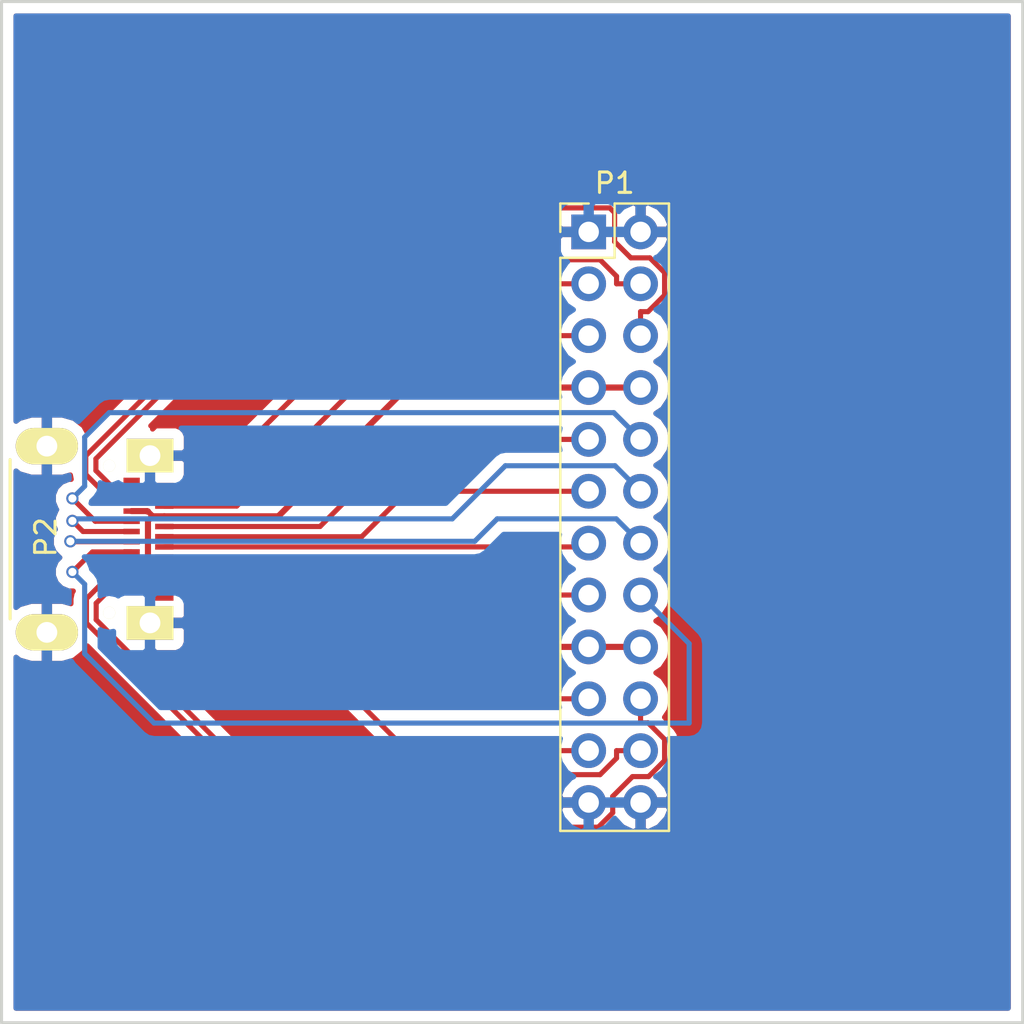
<source format=kicad_pcb>
(kicad_pcb (version 4) (host pcbnew 4.0.5)

  (general
    (links 34)
    (no_connects 6)
    (area 129.874999 69.924999 180.075001 120.075001)
    (thickness 1.6)
    (drawings 4)
    (tracks 119)
    (zones 0)
    (modules 2)
    (nets 19)
  )

  (page A4)
  (layers
    (0 F.Cu signal)
    (31 B.Cu signal)
    (32 B.Adhes user)
    (33 F.Adhes user)
    (34 B.Paste user)
    (35 F.Paste user)
    (36 B.SilkS user)
    (37 F.SilkS user)
    (38 B.Mask user)
    (39 F.Mask user)
    (40 Dwgs.User user)
    (41 Cmts.User user)
    (42 Eco1.User user)
    (43 Eco2.User user)
    (44 Edge.Cuts user)
    (45 Margin user)
    (46 B.CrtYd user)
    (47 F.CrtYd user)
    (48 B.Fab user)
    (49 F.Fab user)
  )

  (setup
    (last_trace_width 0.25)
    (trace_clearance 0.2)
    (zone_clearance 0.508)
    (zone_45_only no)
    (trace_min 0.2)
    (segment_width 0.2)
    (edge_width 0.15)
    (via_size 0.6)
    (via_drill 0.4)
    (via_min_size 0.4)
    (via_min_drill 0.3)
    (uvia_size 0.3)
    (uvia_drill 0.1)
    (uvias_allowed no)
    (uvia_min_size 0.2)
    (uvia_min_drill 0.1)
    (pcb_text_width 0.3)
    (pcb_text_size 1.5 1.5)
    (mod_edge_width 0.15)
    (mod_text_size 1 1)
    (mod_text_width 0.15)
    (pad_size 1.524 1.524)
    (pad_drill 0.762)
    (pad_to_mask_clearance 0.2)
    (aux_axis_origin 0 0)
    (visible_elements FFFFFF7F)
    (pcbplotparams
      (layerselection 0x00030_80000001)
      (usegerberextensions false)
      (excludeedgelayer true)
      (linewidth 0.100000)
      (plotframeref false)
      (viasonmask false)
      (mode 1)
      (useauxorigin false)
      (hpglpennumber 1)
      (hpglpenspeed 20)
      (hpglpendiameter 15)
      (hpglpenoverlay 2)
      (psnegative false)
      (psa4output false)
      (plotreference true)
      (plotvalue true)
      (plotinvisibletext false)
      (padsonsilk false)
      (subtractmaskfromsilk false)
      (outputformat 1)
      (mirror false)
      (drillshape 1)
      (scaleselection 1)
      (outputdirectory ""))
  )

  (net 0 "")
  (net 1 GND)
  (net 2 "Net-(P1-Pad3)")
  (net 3 "Net-(P1-Pad4)")
  (net 4 "Net-(P1-Pad5)")
  (net 5 "Net-(P1-Pad6)")
  (net 6 VCC)
  (net 7 "Net-(P1-Pad9)")
  (net 8 "Net-(P1-Pad10)")
  (net 9 "Net-(P1-Pad11)")
  (net 10 "Net-(P1-Pad12)")
  (net 11 "Net-(P1-Pad13)")
  (net 12 "Net-(P1-Pad14)")
  (net 13 "Net-(P1-Pad15)")
  (net 14 "Net-(P1-Pad16)")
  (net 15 "Net-(P1-Pad19)")
  (net 16 "Net-(P1-Pad20)")
  (net 17 "Net-(P1-Pad21)")
  (net 18 "Net-(P1-Pad22)")

  (net_class Default "This is the default net class."
    (clearance 0.2)
    (trace_width 0.25)
    (via_dia 0.6)
    (via_drill 0.4)
    (uvia_dia 0.3)
    (uvia_drill 0.1)
    (add_net GND)
    (add_net "Net-(P1-Pad10)")
    (add_net "Net-(P1-Pad11)")
    (add_net "Net-(P1-Pad12)")
    (add_net "Net-(P1-Pad13)")
    (add_net "Net-(P1-Pad14)")
    (add_net "Net-(P1-Pad15)")
    (add_net "Net-(P1-Pad16)")
    (add_net "Net-(P1-Pad19)")
    (add_net "Net-(P1-Pad20)")
    (add_net "Net-(P1-Pad21)")
    (add_net "Net-(P1-Pad22)")
    (add_net "Net-(P1-Pad3)")
    (add_net "Net-(P1-Pad4)")
    (add_net "Net-(P1-Pad5)")
    (add_net "Net-(P1-Pad6)")
    (add_net "Net-(P1-Pad9)")
  )

  (net_class PWR ""
    (clearance 0.2)
    (trace_width 0.3)
    (via_dia 0.6)
    (via_drill 0.4)
    (uvia_dia 0.3)
    (uvia_drill 0.1)
    (add_net VCC)
  )

  (module Pin_Headers:Pin_Header_Straight_2x12_Pitch2.54mm (layer F.Cu) (tedit 5862ED54) (tstamp 589B0EA9)
    (at 157.48 82.55)
    (descr "Through hole straight pin header, 2x12, 2.54mm pitch, double rows")
    (tags "Through hole pin header THT 2x12 2.54mm double row")
    (path /589B05FD)
    (fp_text reference P1 (at 1.27 -2.39) (layer F.SilkS)
      (effects (font (size 1 1) (thickness 0.15)))
    )
    (fp_text value CONN_02X12 (at 1.27 30.33) (layer F.Fab)
      (effects (font (size 1 1) (thickness 0.15)))
    )
    (fp_line (start -1.27 -1.27) (end -1.27 29.21) (layer F.Fab) (width 0.1))
    (fp_line (start -1.27 29.21) (end 3.81 29.21) (layer F.Fab) (width 0.1))
    (fp_line (start 3.81 29.21) (end 3.81 -1.27) (layer F.Fab) (width 0.1))
    (fp_line (start 3.81 -1.27) (end -1.27 -1.27) (layer F.Fab) (width 0.1))
    (fp_line (start -1.39 1.27) (end -1.39 29.33) (layer F.SilkS) (width 0.12))
    (fp_line (start -1.39 29.33) (end 3.93 29.33) (layer F.SilkS) (width 0.12))
    (fp_line (start 3.93 29.33) (end 3.93 -1.39) (layer F.SilkS) (width 0.12))
    (fp_line (start 3.93 -1.39) (end 1.27 -1.39) (layer F.SilkS) (width 0.12))
    (fp_line (start 1.27 -1.39) (end 1.27 1.27) (layer F.SilkS) (width 0.12))
    (fp_line (start 1.27 1.27) (end -1.39 1.27) (layer F.SilkS) (width 0.12))
    (fp_line (start -1.39 0) (end -1.39 -1.39) (layer F.SilkS) (width 0.12))
    (fp_line (start -1.39 -1.39) (end 0 -1.39) (layer F.SilkS) (width 0.12))
    (fp_line (start -1.6 -1.6) (end -1.6 29.5) (layer F.CrtYd) (width 0.05))
    (fp_line (start -1.6 29.5) (end 4.1 29.5) (layer F.CrtYd) (width 0.05))
    (fp_line (start 4.1 29.5) (end 4.1 -1.6) (layer F.CrtYd) (width 0.05))
    (fp_line (start 4.1 -1.6) (end -1.6 -1.6) (layer F.CrtYd) (width 0.05))
    (pad 1 thru_hole rect (at 0 0) (size 1.7 1.7) (drill 1) (layers *.Cu *.Mask)
      (net 1 GND))
    (pad 2 thru_hole oval (at 2.54 0) (size 1.7 1.7) (drill 1) (layers *.Cu *.Mask)
      (net 1 GND))
    (pad 3 thru_hole oval (at 0 2.54) (size 1.7 1.7) (drill 1) (layers *.Cu *.Mask)
      (net 2 "Net-(P1-Pad3)"))
    (pad 4 thru_hole oval (at 2.54 2.54) (size 1.7 1.7) (drill 1) (layers *.Cu *.Mask)
      (net 3 "Net-(P1-Pad4)"))
    (pad 5 thru_hole oval (at 0 5.08) (size 1.7 1.7) (drill 1) (layers *.Cu *.Mask)
      (net 4 "Net-(P1-Pad5)"))
    (pad 6 thru_hole oval (at 2.54 5.08) (size 1.7 1.7) (drill 1) (layers *.Cu *.Mask)
      (net 5 "Net-(P1-Pad6)"))
    (pad 7 thru_hole oval (at 0 7.62) (size 1.7 1.7) (drill 1) (layers *.Cu *.Mask)
      (net 6 VCC))
    (pad 8 thru_hole oval (at 2.54 7.62) (size 1.7 1.7) (drill 1) (layers *.Cu *.Mask)
      (net 6 VCC))
    (pad 9 thru_hole oval (at 0 10.16) (size 1.7 1.7) (drill 1) (layers *.Cu *.Mask)
      (net 7 "Net-(P1-Pad9)"))
    (pad 10 thru_hole oval (at 2.54 10.16) (size 1.7 1.7) (drill 1) (layers *.Cu *.Mask)
      (net 8 "Net-(P1-Pad10)"))
    (pad 11 thru_hole oval (at 0 12.7) (size 1.7 1.7) (drill 1) (layers *.Cu *.Mask)
      (net 9 "Net-(P1-Pad11)"))
    (pad 12 thru_hole oval (at 2.54 12.7) (size 1.7 1.7) (drill 1) (layers *.Cu *.Mask)
      (net 10 "Net-(P1-Pad12)"))
    (pad 13 thru_hole oval (at 0 15.24) (size 1.7 1.7) (drill 1) (layers *.Cu *.Mask)
      (net 11 "Net-(P1-Pad13)"))
    (pad 14 thru_hole oval (at 2.54 15.24) (size 1.7 1.7) (drill 1) (layers *.Cu *.Mask)
      (net 12 "Net-(P1-Pad14)"))
    (pad 15 thru_hole oval (at 0 17.78) (size 1.7 1.7) (drill 1) (layers *.Cu *.Mask)
      (net 13 "Net-(P1-Pad15)"))
    (pad 16 thru_hole oval (at 2.54 17.78) (size 1.7 1.7) (drill 1) (layers *.Cu *.Mask)
      (net 14 "Net-(P1-Pad16)"))
    (pad 17 thru_hole oval (at 0 20.32) (size 1.7 1.7) (drill 1) (layers *.Cu *.Mask)
      (net 6 VCC))
    (pad 18 thru_hole oval (at 2.54 20.32) (size 1.7 1.7) (drill 1) (layers *.Cu *.Mask)
      (net 6 VCC))
    (pad 19 thru_hole oval (at 0 22.86) (size 1.7 1.7) (drill 1) (layers *.Cu *.Mask)
      (net 15 "Net-(P1-Pad19)"))
    (pad 20 thru_hole oval (at 2.54 22.86) (size 1.7 1.7) (drill 1) (layers *.Cu *.Mask)
      (net 16 "Net-(P1-Pad20)"))
    (pad 21 thru_hole oval (at 0 25.4) (size 1.7 1.7) (drill 1) (layers *.Cu *.Mask)
      (net 17 "Net-(P1-Pad21)"))
    (pad 22 thru_hole oval (at 2.54 25.4) (size 1.7 1.7) (drill 1) (layers *.Cu *.Mask)
      (net 18 "Net-(P1-Pad22)"))
    (pad 23 thru_hole oval (at 0 27.94) (size 1.7 1.7) (drill 1) (layers *.Cu *.Mask)
      (net 1 GND))
    (pad 24 thru_hole oval (at 2.54 27.94) (size 1.7 1.7) (drill 1) (layers *.Cu *.Mask)
      (net 1 GND))
    (model Pin_Headers.3dshapes/Pin_Header_Straight_2x12_Pitch2.54mm.wrl
      (at (xyz 0.05 -0.55 0))
      (scale (xyz 1 1 1))
      (rotate (xyz 0 0 90))
    )
  )

  (module usb-typec:JAE-DX07S024JJ2-oshpark (layer F.Cu) (tedit 589B08DF) (tstamp 589B0ECC)
    (at 134 94 270)
    (path /589B059D)
    (fp_text reference P2 (at 3.5 3.106 270) (layer F.SilkS)
      (effects (font (size 1 1) (thickness 0.15)))
    )
    (fp_text value USB_TYPE_C (at 5.22 -13.1 270) (layer F.Fab)
      (effects (font (size 1 1) (thickness 0.15)))
    )
    (fp_line (start -0.3 4.85) (end 7.5 4.85) (layer F.SilkS) (width 0.15))
    (pad A1 smd rect (at 0.975 -2.7 270) (size 0.27 0.9) (layers F.Cu F.Paste F.Mask)
      (net 1 GND))
    (pad A2 smd rect (at 1.475 -2.7 270) (size 0.27 0.9) (layers F.Cu F.Paste F.Mask)
      (net 2 "Net-(P1-Pad3)"))
    (pad A3 smd rect (at 1.975 -2.7 270) (size 0.27 0.9) (layers F.Cu F.Paste F.Mask)
      (net 4 "Net-(P1-Pad5)"))
    (pad A4 smd rect (at 2.475 -2.7 270) (size 0.27 0.9) (layers F.Cu F.Paste F.Mask)
      (net 6 VCC))
    (pad A5 smd rect (at 2.975 -2.7 270) (size 0.27 0.9) (layers F.Cu F.Paste F.Mask)
      (net 7 "Net-(P1-Pad9)"))
    (pad A6 smd rect (at 3.475 -2.7 270) (size 0.27 0.9) (layers F.Cu F.Paste F.Mask)
      (net 9 "Net-(P1-Pad11)"))
    (pad A7 smd rect (at 3.975 -2.7 270) (size 0.27 0.9) (layers F.Cu F.Paste F.Mask)
      (net 11 "Net-(P1-Pad13)"))
    (pad A8 smd rect (at 4.475 -2.7 270) (size 0.27 0.9) (layers F.Cu F.Paste F.Mask)
      (net 13 "Net-(P1-Pad15)"))
    (pad A9 smd rect (at 4.975 -2.7 270) (size 0.27 0.9) (layers F.Cu F.Paste F.Mask)
      (net 6 VCC))
    (pad A10 smd rect (at 5.475 -2.7 270) (size 0.27 0.9) (layers F.Cu F.Paste F.Mask)
      (net 15 "Net-(P1-Pad19)"))
    (pad A11 smd rect (at 5.975 -2.7 270) (size 0.27 0.9) (layers F.Cu F.Paste F.Mask)
      (net 17 "Net-(P1-Pad21)"))
    (pad A12 smd rect (at 6.475 -2.7 270) (size 0.27 0.9) (layers F.Cu F.Paste F.Mask)
      (net 1 GND))
    (pad B1 smd rect (at 6.22 -1.1 270) (size 0.27 0.8) (layers F.Cu F.Paste F.Mask)
      (net 1 GND))
    (pad B2 smd rect (at 5.72 -1.1 270) (size 0.27 0.8) (layers F.Cu F.Paste F.Mask)
      (net 18 "Net-(P1-Pad22)"))
    (pad B3 smd rect (at 5.22 -1.1 270) (size 0.27 0.8) (layers F.Cu F.Paste F.Mask)
      (net 16 "Net-(P1-Pad20)"))
    (pad B4 smd rect (at 4.72 -1.1 270) (size 0.27 0.8) (layers F.Cu F.Paste F.Mask)
      (net 6 VCC))
    (pad B5 smd rect (at 4.22 -1.1 270) (size 0.27 0.8) (layers F.Cu F.Paste F.Mask)
      (net 14 "Net-(P1-Pad16)"))
    (pad B6 smd rect (at 3.72 -1.1 270) (size 0.27 0.8) (layers F.Cu F.Paste F.Mask)
      (net 12 "Net-(P1-Pad14)"))
    (pad B7 smd rect (at 3.22 -1.1 270) (size 0.27 0.8) (layers F.Cu F.Paste F.Mask)
      (net 10 "Net-(P1-Pad12)"))
    (pad B8 smd rect (at 2.72 -1.1 270) (size 0.27 0.8) (layers F.Cu F.Paste F.Mask)
      (net 8 "Net-(P1-Pad10)"))
    (pad B9 smd rect (at 2.22 -1.1 270) (size 0.27 0.8) (layers F.Cu F.Paste F.Mask)
      (net 6 VCC))
    (pad B10 smd rect (at 1.72 -1.1 270) (size 0.27 0.8) (layers F.Cu F.Paste F.Mask)
      (net 5 "Net-(P1-Pad6)"))
    (pad B11 smd rect (at 1.22 -1.1 270) (size 0.27 0.8) (layers F.Cu F.Paste F.Mask)
      (net 3 "Net-(P1-Pad4)"))
    (pad B12 smd rect (at 0.72 -1.1 270) (size 0.27 0.8) (layers F.Cu F.Paste F.Mask)
      (net 1 GND))
    (pad "" np_thru_hole circle (at 0 0 270) (size 0.6 0.6) (drill 0.6) (layers *.Cu *.Mask F.SilkS))
    (pad "" np_thru_hole oval (at 7.2 0 270) (size 0.6 0.6) (drill 0.6) (layers *.Cu *.Mask F.SilkS))
    (pad 0 thru_hole rect (at -0.495 -2 270) (size 1.65 2.3) (drill 1.016) (layers *.Cu *.Mask F.SilkS)
      (net 1 GND))
    (pad 0 thru_hole rect (at 7.695 -2 270) (size 1.65 2.3) (drill 1.016) (layers *.Cu *.Mask F.SilkS)
      (net 1 GND))
    (pad 0 thru_hole oval (at -0.96012 3.05 270) (size 1.778 3.048) (drill 1.016) (layers *.Cu *.Mask F.SilkS)
      (net 1 GND))
    (pad 0 thru_hole oval (at 8.15848 3.05 270) (size 1.778 3.048) (drill 1.016) (layers *.Cu *.Mask F.SilkS)
      (net 1 GND))
  )

  (gr_line (start 128.73 121.27) (end 128.73 71.27) (angle 90) (layer Edge.Cuts) (width 0.15))
  (gr_line (start 178.73 121.27) (end 128.73 121.27) (angle 90) (layer Edge.Cuts) (width 0.15))
  (gr_line (start 178.73 71.27) (end 178.73 121.27) (angle 90) (layer Edge.Cuts) (width 0.15))
  (gr_line (start 128.73 71.27) (end 178.73 71.27) (angle 90) (layer Edge.Cuts) (width 0.15))

  (segment (start 148.59 85.09) (end 157.48 85.09) (width 0.25) (layer F.Cu) (net 2))
  (segment (start 138.205 95.475) (end 148.59 85.09) (width 0.25) (layer F.Cu) (net 2))
  (segment (start 136.7 95.475) (end 138.205 95.475) (width 0.25) (layer F.Cu) (net 2))
  (segment (start 158.8447 84.7226) (end 158.8447 85.09) (width 0.25) (layer F.Cu) (net 3))
  (segment (start 158.0368 83.9147) (end 158.8447 84.7226) (width 0.25) (layer F.Cu) (net 3))
  (segment (start 143.0944 83.9147) (end 158.0368 83.9147) (width 0.25) (layer F.Cu) (net 3))
  (segment (start 133.3509 93.6582) (end 143.0944 83.9147) (width 0.25) (layer F.Cu) (net 3))
  (segment (start 133.3509 94.2367) (end 133.3509 93.6582) (width 0.25) (layer F.Cu) (net 3))
  (segment (start 134.3342 95.22) (end 133.3509 94.2367) (width 0.25) (layer F.Cu) (net 3))
  (segment (start 135.1 95.22) (end 134.3342 95.22) (width 0.25) (layer F.Cu) (net 3))
  (segment (start 160.02 85.09) (end 158.8447 85.09) (width 0.25) (layer F.Cu) (net 3))
  (segment (start 148.59 87.63) (end 157.48 87.63) (width 0.25) (layer F.Cu) (net 4))
  (segment (start 140.245 95.975) (end 148.59 87.63) (width 0.25) (layer F.Cu) (net 4))
  (segment (start 136.7 95.975) (end 140.245 95.975) (width 0.25) (layer F.Cu) (net 4))
  (segment (start 134.1466 95.72) (end 135.1 95.72) (width 0.25) (layer F.Cu) (net 5))
  (segment (start 132.8548 94.4282) (end 134.1466 95.72) (width 0.25) (layer F.Cu) (net 5))
  (segment (start 132.8548 93.5123) (end 132.8548 94.4282) (width 0.25) (layer F.Cu) (net 5))
  (segment (start 144.9925 81.3746) (end 132.8548 93.5123) (width 0.25) (layer F.Cu) (net 5))
  (segment (start 158.5111 81.3746) (end 144.9925 81.3746) (width 0.25) (layer F.Cu) (net 5))
  (segment (start 158.75 81.6135) (end 158.5111 81.3746) (width 0.25) (layer F.Cu) (net 5))
  (segment (start 158.75 83.0283) (end 158.75 81.6135) (width 0.25) (layer F.Cu) (net 5))
  (segment (start 159.5417 83.82) (end 158.75 83.0283) (width 0.25) (layer F.Cu) (net 5))
  (segment (start 160.472 83.82) (end 159.5417 83.82) (width 0.25) (layer F.Cu) (net 5))
  (segment (start 161.1953 84.5433) (end 160.472 83.82) (width 0.25) (layer F.Cu) (net 5))
  (segment (start 161.1953 85.6468) (end 161.1953 84.5433) (width 0.25) (layer F.Cu) (net 5))
  (segment (start 160.3874 86.4547) (end 161.1953 85.6468) (width 0.25) (layer F.Cu) (net 5))
  (segment (start 160.02 86.4547) (end 160.3874 86.4547) (width 0.25) (layer F.Cu) (net 5))
  (segment (start 160.02 87.63) (end 160.02 86.4547) (width 0.25) (layer F.Cu) (net 5))
  (segment (start 148.59 102.87) (end 157.48 102.87) (width 0.3) (layer F.Cu) (net 6))
  (segment (start 144.695 98.975) (end 148.59 102.87) (width 0.3) (layer F.Cu) (net 6))
  (segment (start 136.7 98.975) (end 144.695 98.975) (width 0.3) (layer F.Cu) (net 6))
  (segment (start 148.59 90.17) (end 157.48 90.17) (width 0.3) (layer F.Cu) (net 6))
  (segment (start 142.285 96.475) (end 148.59 90.17) (width 0.3) (layer F.Cu) (net 6))
  (segment (start 136.7 96.475) (end 142.285 96.475) (width 0.3) (layer F.Cu) (net 6))
  (segment (start 157.48 90.17) (end 160.02 90.17) (width 0.3) (layer F.Cu) (net 6))
  (segment (start 160.02 102.87) (end 157.48 102.87) (width 0.3) (layer F.Cu) (net 6))
  (segment (start 136.7 98.975) (end 135.8997 98.975) (width 0.3) (layer F.Cu) (net 6))
  (segment (start 135.1 98.72) (end 135.8503 98.72) (width 0.3) (layer F.Cu) (net 6))
  (segment (start 135.8997 98.72) (end 135.8503 98.72) (width 0.3) (layer F.Cu) (net 6))
  (segment (start 135.8997 98.72) (end 135.8997 98.975) (width 0.3) (layer F.Cu) (net 6))
  (segment (start 135.8649 96.2346) (end 135.8503 96.22) (width 0.3) (layer F.Cu) (net 6))
  (segment (start 135.8996 96.2346) (end 135.8649 96.2346) (width 0.3) (layer F.Cu) (net 6))
  (segment (start 135.1 96.22) (end 135.8503 96.22) (width 0.3) (layer F.Cu) (net 6))
  (segment (start 136.1131 96.4481) (end 135.8996 96.2346) (width 0.2698) (layer F.Cu) (net 6))
  (segment (start 136.1131 96.475) (end 136.1131 96.4481) (width 0.2698) (layer F.Cu) (net 6))
  (segment (start 136.7 96.475) (end 136.1131 96.475) (width 0.3) (layer F.Cu) (net 6))
  (segment (start 135.8997 96.6884) (end 135.8997 98.72) (width 0.3) (layer F.Cu) (net 6))
  (segment (start 136.1131 96.475) (end 135.8997 96.6884) (width 0.3) (layer F.Cu) (net 6))
  (segment (start 148.59 92.71) (end 157.48 92.71) (width 0.25) (layer F.Cu) (net 7))
  (segment (start 144.325 96.975) (end 148.59 92.71) (width 0.25) (layer F.Cu) (net 7))
  (segment (start 136.7 96.975) (end 144.325 96.975) (width 0.25) (layer F.Cu) (net 7))
  (segment (start 135.1 96.72) (end 133.32 96.72) (width 0.25) (layer F.Cu) (net 8))
  (segment (start 158.71 91.4) (end 160.02 92.71) (width 0.25) (layer B.Cu) (net 8) (tstamp 589B18F0))
  (segment (start 134 91.4) (end 158.71 91.4) (width 0.25) (layer B.Cu) (net 8) (tstamp 589B18DE))
  (segment (start 132.8 92.6) (end 134 91.4) (width 0.25) (layer B.Cu) (net 8) (tstamp 589B18D8))
  (segment (start 132.8 95) (end 132.8 92.6) (width 0.25) (layer B.Cu) (net 8) (tstamp 589B18D0))
  (segment (start 132.2 95.6) (end 132.8 95) (width 0.25) (layer B.Cu) (net 8) (tstamp 589B18CF))
  (via (at 132.2 95.6) (size 0.6) (drill 0.4) (layers F.Cu B.Cu) (net 8))
  (segment (start 133.32 96.72) (end 132.2 95.6) (width 0.25) (layer F.Cu) (net 8) (tstamp 589B18C5))
  (segment (start 148.59 95.25) (end 157.48 95.25) (width 0.25) (layer F.Cu) (net 9))
  (segment (start 146.365 97.475) (end 148.59 95.25) (width 0.25) (layer F.Cu) (net 9))
  (segment (start 136.7 97.475) (end 146.365 97.475) (width 0.25) (layer F.Cu) (net 9))
  (segment (start 135.1 97.22) (end 132.72 97.22) (width 0.25) (layer F.Cu) (net 10))
  (segment (start 158.77 94) (end 160.02 95.25) (width 0.25) (layer B.Cu) (net 10) (tstamp 589B1A38))
  (segment (start 153.4 94) (end 158.77 94) (width 0.25) (layer B.Cu) (net 10) (tstamp 589B1A36))
  (segment (start 150.8 96.6) (end 153.4 94) (width 0.25) (layer B.Cu) (net 10) (tstamp 589B1A33))
  (segment (start 132.3 96.6) (end 150.8 96.6) (width 0.25) (layer B.Cu) (net 10) (tstamp 589B1A30))
  (segment (start 132.2 96.7) (end 132.3 96.6) (width 0.25) (layer B.Cu) (net 10) (tstamp 589B1A2F))
  (via (at 132.2 96.7) (size 0.6) (drill 0.4) (layers F.Cu B.Cu) (net 10))
  (segment (start 132.72 97.22) (end 132.2 96.7) (width 0.25) (layer F.Cu) (net 10) (tstamp 589B1A2B))
  (segment (start 157.295 97.975) (end 157.48 97.79) (width 0.25) (layer F.Cu) (net 11))
  (segment (start 136.7 97.975) (end 157.295 97.975) (width 0.25) (layer F.Cu) (net 11))
  (segment (start 135.1 97.72) (end 132.12 97.72) (width 0.25) (layer F.Cu) (net 12))
  (segment (start 158.83 96.6) (end 160.02 97.79) (width 0.25) (layer B.Cu) (net 12) (tstamp 589B197D))
  (segment (start 153 96.6) (end 158.83 96.6) (width 0.25) (layer B.Cu) (net 12) (tstamp 589B1978))
  (segment (start 151.9 97.7) (end 153 96.6) (width 0.25) (layer B.Cu) (net 12) (tstamp 589B1967))
  (segment (start 132.1 97.7) (end 151.9 97.7) (width 0.25) (layer B.Cu) (net 12) (tstamp 589B1966))
  (via (at 132.1 97.7) (size 0.6) (drill 0.4) (layers F.Cu B.Cu) (net 12))
  (segment (start 132.12 97.72) (end 132.1 97.7) (width 0.25) (layer F.Cu) (net 12) (tstamp 589B1963))
  (segment (start 148.59 100.33) (end 157.48 100.33) (width 0.25) (layer F.Cu) (net 13))
  (segment (start 146.735 98.475) (end 148.59 100.33) (width 0.25) (layer F.Cu) (net 13))
  (segment (start 136.7 98.475) (end 146.735 98.475) (width 0.25) (layer F.Cu) (net 13))
  (segment (start 162.4 106.6) (end 162.4 102.71) (width 0.25) (layer B.Cu) (net 14))
  (segment (start 133.18 98.22) (end 132.2 99.2) (width 0.25) (layer F.Cu) (net 14) (tstamp 589B18FE))
  (via (at 132.2 99.2) (size 0.6) (drill 0.4) (layers F.Cu B.Cu) (net 14))
  (segment (start 132.2 99.2) (end 132.8 99.8) (width 0.25) (layer B.Cu) (net 14) (tstamp 589B1905))
  (segment (start 132.8 99.8) (end 132.8 103.2) (width 0.25) (layer B.Cu) (net 14) (tstamp 589B1906))
  (segment (start 132.8 103.2) (end 136.2 106.6) (width 0.25) (layer B.Cu) (net 14) (tstamp 589B1912))
  (segment (start 136.2 106.6) (end 162.4 106.6) (width 0.25) (layer B.Cu) (net 14) (tstamp 589B1918))
  (segment (start 135.1 98.22) (end 133.18 98.22) (width 0.25) (layer F.Cu) (net 14))
  (segment (start 162.4 102.71) (end 160.02 100.33) (width 0.25) (layer B.Cu) (net 14) (tstamp 589B1926))
  (segment (start 148.59 105.41) (end 157.48 105.41) (width 0.25) (layer F.Cu) (net 15))
  (segment (start 142.655 99.475) (end 148.59 105.41) (width 0.25) (layer F.Cu) (net 15))
  (segment (start 136.7 99.475) (end 142.655 99.475) (width 0.25) (layer F.Cu) (net 15))
  (segment (start 160.3874 106.5853) (end 160.02 106.5853) (width 0.25) (layer F.Cu) (net 16))
  (segment (start 161.1953 107.3932) (end 160.3874 106.5853) (width 0.25) (layer F.Cu) (net 16))
  (segment (start 161.1953 108.4369) (end 161.1953 107.3932) (width 0.25) (layer F.Cu) (net 16))
  (segment (start 160.4122 109.22) (end 161.1953 108.4369) (width 0.25) (layer F.Cu) (net 16))
  (segment (start 159.6258 109.22) (end 160.4122 109.22) (width 0.25) (layer F.Cu) (net 16))
  (segment (start 158.6554 110.1904) (end 159.6258 109.22) (width 0.25) (layer F.Cu) (net 16))
  (segment (start 158.6554 110.9923) (end 158.6554 110.1904) (width 0.25) (layer F.Cu) (net 16))
  (segment (start 157.9496 111.6981) (end 158.6554 110.9923) (width 0.25) (layer F.Cu) (net 16))
  (segment (start 142.8831 111.6981) (end 157.9496 111.6981) (width 0.25) (layer F.Cu) (net 16))
  (segment (start 132.8886 101.7036) (end 142.8831 111.6981) (width 0.25) (layer F.Cu) (net 16))
  (segment (start 132.8886 100.5114) (end 132.8886 101.7036) (width 0.25) (layer F.Cu) (net 16))
  (segment (start 134.18 99.22) (end 132.8886 100.5114) (width 0.25) (layer F.Cu) (net 16))
  (segment (start 135.1 99.22) (end 134.18 99.22) (width 0.25) (layer F.Cu) (net 16))
  (segment (start 160.02 105.41) (end 160.02 106.5853) (width 0.25) (layer F.Cu) (net 16))
  (segment (start 148.59 107.95) (end 157.48 107.95) (width 0.25) (layer F.Cu) (net 17))
  (segment (start 140.615 99.975) (end 148.59 107.95) (width 0.25) (layer F.Cu) (net 17))
  (segment (start 136.7 99.975) (end 140.615 99.975) (width 0.25) (layer F.Cu) (net 17))
  (segment (start 158.8447 108.3174) (end 158.8447 107.95) (width 0.25) (layer F.Cu) (net 18))
  (segment (start 158.0368 109.1253) (end 158.8447 108.3174) (width 0.25) (layer F.Cu) (net 18))
  (segment (start 140.9493 109.1253) (end 158.0368 109.1253) (width 0.25) (layer F.Cu) (net 18))
  (segment (start 133.3651 101.5411) (end 140.9493 109.1253) (width 0.25) (layer F.Cu) (net 18))
  (segment (start 133.3651 100.7296) (end 133.3651 101.5411) (width 0.25) (layer F.Cu) (net 18))
  (segment (start 134.3747 99.72) (end 133.3651 100.7296) (width 0.25) (layer F.Cu) (net 18))
  (segment (start 135.1 99.72) (end 134.3747 99.72) (width 0.25) (layer F.Cu) (net 18))
  (segment (start 160.02 107.95) (end 158.8447 107.95) (width 0.25) (layer F.Cu) (net 18))

  (zone (net 1) (net_name GND) (layer F.Cu) (tstamp 589B0FE7) (hatch edge 0.508)
    (connect_pads (clearance 0.508))
    (min_thickness 0.254)
    (fill yes (arc_segments 16) (thermal_gap 0.508) (thermal_bridge_width 0.508))
    (polygon
      (pts
        (xy 178.73 121.27) (xy 128.73 121.27) (xy 128.73 71.27) (xy 178.73 71.27)
      )
    )
    (filled_polygon
      (pts
        (xy 178.02 120.56) (xy 129.44 120.56) (xy 129.44 103.379034) (xy 129.614458 103.517872) (xy 130.188 103.68248)
        (xy 130.823 103.68248) (xy 130.823 102.28548) (xy 130.803 102.28548) (xy 130.803 102.03148) (xy 130.823 102.03148)
        (xy 130.823 100.63448) (xy 130.188 100.63448) (xy 129.614458 100.799088) (xy 129.44 100.937926) (xy 129.44 94.260434)
        (xy 129.614458 94.399272) (xy 130.188 94.56388) (xy 130.823 94.56388) (xy 130.823 93.16688) (xy 130.803 93.16688)
        (xy 130.803 92.91288) (xy 130.823 92.91288) (xy 130.823 91.51588) (xy 131.077 91.51588) (xy 131.077 92.91288)
        (xy 131.097 92.91288) (xy 131.097 93.16688) (xy 131.077 93.16688) (xy 131.077 94.56388) (xy 131.712 94.56388)
        (xy 132.099658 94.452621) (xy 132.141893 94.664949) (xy 132.014833 94.664838) (xy 131.671057 94.806883) (xy 131.407808 95.069673)
        (xy 131.265162 95.413201) (xy 131.264838 95.785167) (xy 131.406883 96.128943) (xy 131.42771 96.149806) (xy 131.407808 96.169673)
        (xy 131.265162 96.513201) (xy 131.264838 96.885167) (xy 131.360613 97.11696) (xy 131.307808 97.169673) (xy 131.165162 97.513201)
        (xy 131.164838 97.885167) (xy 131.306883 98.228943) (xy 131.569673 98.492192) (xy 131.58092 98.496862) (xy 131.407808 98.669673)
        (xy 131.265162 99.013201) (xy 131.264838 99.385167) (xy 131.406883 99.728943) (xy 131.669673 99.992192) (xy 132.013201 100.134838)
        (xy 132.243596 100.135039) (xy 132.186452 100.220561) (xy 132.1286 100.5114) (xy 132.1286 100.754045) (xy 131.712 100.63448)
        (xy 131.077 100.63448) (xy 131.077 102.03148) (xy 131.097 102.03148) (xy 131.097 102.28548) (xy 131.077 102.28548)
        (xy 131.077 103.68248) (xy 131.712 103.68248) (xy 132.285542 103.517872) (xy 132.752433 103.146309) (xy 132.932135 102.821937)
        (xy 142.345699 112.235501) (xy 142.59226 112.400248) (xy 142.640514 112.409846) (xy 142.8831 112.4581) (xy 157.9496 112.4581)
        (xy 158.240439 112.400248) (xy 158.487001 112.235501) (xy 159.090331 111.632171) (xy 159.138642 111.685183) (xy 159.663108 111.931486)
        (xy 159.893 111.810819) (xy 159.893 110.617) (xy 160.147 110.617) (xy 160.147 111.810819) (xy 160.376892 111.931486)
        (xy 160.901358 111.685183) (xy 161.291645 111.256924) (xy 161.461476 110.84689) (xy 161.340155 110.617) (xy 160.147 110.617)
        (xy 159.893 110.617) (xy 159.873 110.617) (xy 159.873 110.363) (xy 159.893 110.363) (xy 159.893 110.343)
        (xy 160.147 110.343) (xy 160.147 110.363) (xy 161.340155 110.363) (xy 161.461476 110.13311) (xy 161.291645 109.723076)
        (xy 161.144923 109.562079) (xy 161.732701 108.974301) (xy 161.897448 108.727739) (xy 161.9553 108.4369) (xy 161.9553 107.3932)
        (xy 161.897448 107.102361) (xy 161.732701 106.855799) (xy 161.1944 106.317498) (xy 161.421054 105.978285) (xy 161.534093 105.41)
        (xy 161.421054 104.841715) (xy 161.099147 104.359946) (xy 160.769974 104.14) (xy 161.099147 103.920054) (xy 161.421054 103.438285)
        (xy 161.534093 102.87) (xy 161.421054 102.301715) (xy 161.099147 101.819946) (xy 160.769974 101.6) (xy 161.099147 101.380054)
        (xy 161.421054 100.898285) (xy 161.534093 100.33) (xy 161.421054 99.761715) (xy 161.099147 99.279946) (xy 160.769974 99.06)
        (xy 161.099147 98.840054) (xy 161.421054 98.358285) (xy 161.534093 97.79) (xy 161.421054 97.221715) (xy 161.099147 96.739946)
        (xy 160.769974 96.52) (xy 161.099147 96.300054) (xy 161.421054 95.818285) (xy 161.534093 95.25) (xy 161.421054 94.681715)
        (xy 161.099147 94.199946) (xy 160.769974 93.98) (xy 161.099147 93.760054) (xy 161.421054 93.278285) (xy 161.534093 92.71)
        (xy 161.421054 92.141715) (xy 161.099147 91.659946) (xy 160.769974 91.44) (xy 161.099147 91.220054) (xy 161.421054 90.738285)
        (xy 161.534093 90.17) (xy 161.421054 89.601715) (xy 161.099147 89.119946) (xy 160.769974 88.9) (xy 161.099147 88.680054)
        (xy 161.421054 88.198285) (xy 161.534093 87.63) (xy 161.421054 87.061715) (xy 161.1944 86.722502) (xy 161.732701 86.184201)
        (xy 161.897448 85.937639) (xy 161.9553 85.6468) (xy 161.9553 84.5433) (xy 161.897448 84.252461) (xy 161.732701 84.005899)
        (xy 161.173436 83.446634) (xy 161.291645 83.316924) (xy 161.461476 82.90689) (xy 161.340155 82.677) (xy 160.147 82.677)
        (xy 160.147 82.697) (xy 159.893 82.697) (xy 159.893 82.677) (xy 159.873 82.677) (xy 159.873 82.423)
        (xy 159.893 82.423) (xy 159.893 81.229181) (xy 160.147 81.229181) (xy 160.147 82.423) (xy 161.340155 82.423)
        (xy 161.461476 82.19311) (xy 161.291645 81.783076) (xy 160.901358 81.354817) (xy 160.376892 81.108514) (xy 160.147 81.229181)
        (xy 159.893 81.229181) (xy 159.663108 81.108514) (xy 159.393623 81.235071) (xy 159.287401 81.076099) (xy 159.048501 80.837199)
        (xy 158.801939 80.672452) (xy 158.5111 80.6146) (xy 144.9925 80.6146) (xy 144.701661 80.672452) (xy 144.455099 80.837199)
        (xy 132.926338 92.36596) (xy 132.752433 92.052051) (xy 132.285542 91.680488) (xy 131.712 91.51588) (xy 131.077 91.51588)
        (xy 130.823 91.51588) (xy 130.188 91.51588) (xy 129.614458 91.680488) (xy 129.44 91.819326) (xy 129.44 71.98)
        (xy 178.02 71.98)
      )
    )
    (filled_polygon
      (pts
        (xy 156.038524 110.13311) (xy 156.159845 110.363) (xy 157.353 110.363) (xy 157.353 110.343) (xy 157.607 110.343)
        (xy 157.607 110.363) (xy 157.627 110.363) (xy 157.627 110.617) (xy 157.607 110.617) (xy 157.607 110.637)
        (xy 157.353 110.637) (xy 157.353 110.617) (xy 156.159845 110.617) (xy 156.038524 110.84689) (xy 156.076302 110.9381)
        (xy 143.197902 110.9381) (xy 142.145102 109.8853) (xy 156.141164 109.8853)
      )
    )
    (filled_polygon
      (pts
        (xy 147.930498 108.3653) (xy 141.264103 108.3653) (xy 136.053802 103.155) (xy 136.127002 103.155) (xy 136.127002 102.996252)
        (xy 136.28575 103.155) (xy 137.27631 103.155) (xy 137.509699 103.058327) (xy 137.688327 102.879698) (xy 137.785 102.646309)
        (xy 137.785 101.98075) (xy 137.62625 101.822) (xy 136.127 101.822) (xy 136.127 101.842) (xy 135.873 101.842)
        (xy 135.873 101.822) (xy 135.853 101.822) (xy 135.853 101.568) (xy 135.873 101.568) (xy 135.873 101.548)
        (xy 136.127 101.548) (xy 136.127 101.568) (xy 137.62625 101.568) (xy 137.785 101.40925) (xy 137.785 100.743691)
        (xy 137.783471 100.74) (xy 137.785 100.736309) (xy 137.785 100.735) (xy 140.300198 100.735)
      )
    )
    (filled_polygon
      (pts
        (xy 137.890198 94.715) (xy 137.785 94.715) (xy 137.785 94.713691) (xy 137.731694 94.585) (xy 137.785 94.456309)
        (xy 137.785 93.79075) (xy 137.62625 93.632) (xy 136.127 93.632) (xy 136.127 93.652) (xy 135.873 93.652)
        (xy 135.873 93.632) (xy 135.853 93.632) (xy 135.853 93.378) (xy 135.873 93.378) (xy 135.873 93.358)
        (xy 136.127 93.358) (xy 136.127 93.378) (xy 137.62625 93.378) (xy 137.785 93.21925) (xy 137.785 92.553691)
        (xy 137.688327 92.320302) (xy 137.509699 92.141673) (xy 137.27631 92.045) (xy 136.28575 92.045) (xy 136.127002 92.203748)
        (xy 136.127002 92.045) (xy 136.038902 92.045) (xy 143.409202 84.6747) (xy 147.930498 84.6747)
      )
    )
    (filled_polygon
      (pts
        (xy 155.995 82.26425) (xy 156.15375 82.423) (xy 157.353 82.423) (xy 157.353 82.403) (xy 157.607 82.403)
        (xy 157.607 82.423) (xy 157.627 82.423) (xy 157.627 82.677) (xy 157.607 82.677) (xy 157.607 82.697)
        (xy 157.353 82.697) (xy 157.353 82.677) (xy 156.15375 82.677) (xy 155.995 82.83575) (xy 155.995 83.1547)
        (xy 144.287202 83.1547) (xy 145.307302 82.1346) (xy 155.995 82.1346)
      )
    )
  )
  (zone (net 1) (net_name GND) (layer B.Cu) (tstamp 589B0FE7) (hatch edge 0.508)
    (connect_pads (clearance 0.508))
    (min_thickness 0.254)
    (fill yes (arc_segments 16) (thermal_gap 0.508) (thermal_bridge_width 0.508))
    (polygon
      (pts
        (xy 178.73 121.27) (xy 128.73 121.27) (xy 128.73 71.27) (xy 178.73 71.27)
      )
    )
    (filled_polygon
      (pts
        (xy 178.02 120.56) (xy 129.44 120.56) (xy 129.44 110.84689) (xy 156.038524 110.84689) (xy 156.208355 111.256924)
        (xy 156.598642 111.685183) (xy 157.123108 111.931486) (xy 157.353 111.810819) (xy 157.353 110.617) (xy 157.607 110.617)
        (xy 157.607 111.810819) (xy 157.836892 111.931486) (xy 158.361358 111.685183) (xy 158.75 111.258729) (xy 159.138642 111.685183)
        (xy 159.663108 111.931486) (xy 159.893 111.810819) (xy 159.893 110.617) (xy 160.147 110.617) (xy 160.147 111.810819)
        (xy 160.376892 111.931486) (xy 160.901358 111.685183) (xy 161.291645 111.256924) (xy 161.461476 110.84689) (xy 161.340155 110.617)
        (xy 160.147 110.617) (xy 159.893 110.617) (xy 157.607 110.617) (xy 157.353 110.617) (xy 156.159845 110.617)
        (xy 156.038524 110.84689) (xy 129.44 110.84689) (xy 129.44 103.379034) (xy 129.614458 103.517872) (xy 130.188 103.68248)
        (xy 130.823 103.68248) (xy 130.823 102.28548) (xy 130.803 102.28548) (xy 130.803 102.03148) (xy 130.823 102.03148)
        (xy 130.823 100.63448) (xy 130.188 100.63448) (xy 129.614458 100.799088) (xy 129.44 100.937926) (xy 129.44 94.260434)
        (xy 129.614458 94.399272) (xy 130.188 94.56388) (xy 130.823 94.56388) (xy 130.823 93.16688) (xy 130.803 93.16688)
        (xy 130.803 92.91288) (xy 130.823 92.91288) (xy 130.823 91.51588) (xy 131.077 91.51588) (xy 131.077 92.91288)
        (xy 131.097 92.91288) (xy 131.097 93.16688) (xy 131.077 93.16688) (xy 131.077 94.56388) (xy 131.712 94.56388)
        (xy 132.04 94.469743) (xy 132.04 94.66486) (xy 132.014833 94.664838) (xy 131.671057 94.806883) (xy 131.407808 95.069673)
        (xy 131.265162 95.413201) (xy 131.264838 95.785167) (xy 131.406883 96.128943) (xy 131.42771 96.149806) (xy 131.407808 96.169673)
        (xy 131.265162 96.513201) (xy 131.264838 96.885167) (xy 131.360613 97.11696) (xy 131.307808 97.169673) (xy 131.165162 97.513201)
        (xy 131.164838 97.885167) (xy 131.306883 98.228943) (xy 131.569673 98.492192) (xy 131.58092 98.496862) (xy 131.407808 98.669673)
        (xy 131.265162 99.013201) (xy 131.264838 99.385167) (xy 131.406883 99.728943) (xy 131.669673 99.992192) (xy 132.013201 100.134838)
        (xy 132.04 100.134861) (xy 132.04 100.728617) (xy 131.712 100.63448) (xy 131.077 100.63448) (xy 131.077 102.03148)
        (xy 131.097 102.03148) (xy 131.097 102.28548) (xy 131.077 102.28548) (xy 131.077 103.68248) (xy 131.712 103.68248)
        (xy 132.14321 103.558722) (xy 132.262599 103.737401) (xy 135.662599 107.137401) (xy 135.909161 107.302148) (xy 136.2 107.36)
        (xy 156.093455 107.36) (xy 156.078946 107.381715) (xy 155.965907 107.95) (xy 156.078946 108.518285) (xy 156.400853 109.000054)
        (xy 156.741553 109.227702) (xy 156.598642 109.294817) (xy 156.208355 109.723076) (xy 156.038524 110.13311) (xy 156.159845 110.363)
        (xy 157.353 110.363) (xy 157.353 110.343) (xy 157.607 110.343) (xy 157.607 110.363) (xy 159.893 110.363)
        (xy 159.893 110.343) (xy 160.147 110.343) (xy 160.147 110.363) (xy 161.340155 110.363) (xy 161.461476 110.13311)
        (xy 161.291645 109.723076) (xy 160.901358 109.294817) (xy 160.758447 109.227702) (xy 161.099147 109.000054) (xy 161.421054 108.518285)
        (xy 161.534093 107.95) (xy 161.421054 107.381715) (xy 161.406545 107.36) (xy 162.4 107.36) (xy 162.690839 107.302148)
        (xy 162.937401 107.137401) (xy 163.102148 106.890839) (xy 163.16 106.6) (xy 163.16 102.71) (xy 163.102148 102.419161)
        (xy 163.102148 102.41916) (xy 162.937401 102.172599) (xy 161.46121 100.696408) (xy 161.534093 100.33) (xy 161.421054 99.761715)
        (xy 161.099147 99.279946) (xy 160.769974 99.06) (xy 161.099147 98.840054) (xy 161.421054 98.358285) (xy 161.534093 97.79)
        (xy 161.421054 97.221715) (xy 161.099147 96.739946) (xy 160.769974 96.52) (xy 161.099147 96.300054) (xy 161.421054 95.818285)
        (xy 161.534093 95.25) (xy 161.421054 94.681715) (xy 161.099147 94.199946) (xy 160.769974 93.98) (xy 161.099147 93.760054)
        (xy 161.421054 93.278285) (xy 161.534093 92.71) (xy 161.421054 92.141715) (xy 161.099147 91.659946) (xy 160.769974 91.44)
        (xy 161.099147 91.220054) (xy 161.421054 90.738285) (xy 161.534093 90.17) (xy 161.421054 89.601715) (xy 161.099147 89.119946)
        (xy 160.769974 88.9) (xy 161.099147 88.680054) (xy 161.421054 88.198285) (xy 161.534093 87.63) (xy 161.421054 87.061715)
        (xy 161.099147 86.579946) (xy 160.769974 86.36) (xy 161.099147 86.140054) (xy 161.421054 85.658285) (xy 161.534093 85.09)
        (xy 161.421054 84.521715) (xy 161.099147 84.039946) (xy 160.758447 83.812298) (xy 160.901358 83.745183) (xy 161.291645 83.316924)
        (xy 161.461476 82.90689) (xy 161.340155 82.677) (xy 160.147 82.677) (xy 160.147 82.697) (xy 159.893 82.697)
        (xy 159.893 82.677) (xy 157.607 82.677) (xy 157.607 82.697) (xy 157.353 82.697) (xy 157.353 82.677)
        (xy 156.15375 82.677) (xy 155.995 82.83575) (xy 155.995 83.52631) (xy 156.091673 83.759699) (xy 156.270302 83.938327)
        (xy 156.444777 84.010597) (xy 156.400853 84.039946) (xy 156.078946 84.521715) (xy 155.965907 85.09) (xy 156.078946 85.658285)
        (xy 156.400853 86.140054) (xy 156.730026 86.36) (xy 156.400853 86.579946) (xy 156.078946 87.061715) (xy 155.965907 87.63)
        (xy 156.078946 88.198285) (xy 156.400853 88.680054) (xy 156.730026 88.9) (xy 156.400853 89.119946) (xy 156.078946 89.601715)
        (xy 155.965907 90.17) (xy 156.059396 90.64) (xy 134 90.64) (xy 133.70916 90.697852) (xy 133.462599 90.862599)
        (xy 132.485544 91.839654) (xy 132.285542 91.680488) (xy 131.712 91.51588) (xy 131.077 91.51588) (xy 130.823 91.51588)
        (xy 130.188 91.51588) (xy 129.614458 91.680488) (xy 129.44 91.819326) (xy 129.44 81.57369) (xy 155.995 81.57369)
        (xy 155.995 82.26425) (xy 156.15375 82.423) (xy 157.353 82.423) (xy 157.353 81.22375) (xy 157.607 81.22375)
        (xy 157.607 82.423) (xy 159.893 82.423) (xy 159.893 81.229181) (xy 160.147 81.229181) (xy 160.147 82.423)
        (xy 161.340155 82.423) (xy 161.461476 82.19311) (xy 161.291645 81.783076) (xy 160.901358 81.354817) (xy 160.376892 81.108514)
        (xy 160.147 81.229181) (xy 159.893 81.229181) (xy 159.663108 81.108514) (xy 159.138642 81.354817) (xy 158.95693 81.554208)
        (xy 158.868327 81.340301) (xy 158.689698 81.161673) (xy 158.456309 81.065) (xy 157.76575 81.065) (xy 157.607 81.22375)
        (xy 157.353 81.22375) (xy 157.19425 81.065) (xy 156.503691 81.065) (xy 156.270302 81.161673) (xy 156.091673 81.340301)
        (xy 155.995 81.57369) (xy 129.44 81.57369) (xy 129.44 71.98) (xy 178.02 71.98)
      )
    )
    (filled_polygon
      (pts
        (xy 155.965907 97.79) (xy 156.078946 98.358285) (xy 156.400853 98.840054) (xy 156.730026 99.06) (xy 156.400853 99.279946)
        (xy 156.078946 99.761715) (xy 155.965907 100.33) (xy 156.078946 100.898285) (xy 156.400853 101.380054) (xy 156.730026 101.6)
        (xy 156.400853 101.819946) (xy 156.078946 102.301715) (xy 155.965907 102.87) (xy 156.078946 103.438285) (xy 156.400853 103.920054)
        (xy 156.730026 104.14) (xy 156.400853 104.359946) (xy 156.078946 104.841715) (xy 155.965907 105.41) (xy 156.051439 105.84)
        (xy 136.514802 105.84) (xy 133.56 102.885198) (xy 133.56 102.027227) (xy 133.642191 102.082145) (xy 134 102.153318)
        (xy 134.215 102.110552) (xy 134.215 102.646309) (xy 134.311673 102.879698) (xy 134.490301 103.058327) (xy 134.72369 103.155)
        (xy 135.71425 103.155) (xy 135.873 102.99625) (xy 135.873 101.822) (xy 136.127 101.822) (xy 136.127 102.99625)
        (xy 136.28575 103.155) (xy 137.27631 103.155) (xy 137.509699 103.058327) (xy 137.688327 102.879698) (xy 137.785 102.646309)
        (xy 137.785 101.98075) (xy 137.62625 101.822) (xy 136.127 101.822) (xy 135.873 101.822) (xy 135.853 101.822)
        (xy 135.853 101.568) (xy 135.873 101.568) (xy 135.873 100.39375) (xy 136.127 100.39375) (xy 136.127 101.568)
        (xy 137.62625 101.568) (xy 137.785 101.40925) (xy 137.785 100.743691) (xy 137.688327 100.510302) (xy 137.509699 100.331673)
        (xy 137.27631 100.235) (xy 136.28575 100.235) (xy 136.127 100.39375) (xy 135.873 100.39375) (xy 135.71425 100.235)
        (xy 134.72369 100.235) (xy 134.490301 100.331673) (xy 134.445516 100.376459) (xy 134.357809 100.317855) (xy 134 100.246682)
        (xy 133.642191 100.317855) (xy 133.56 100.372773) (xy 133.56 99.8) (xy 133.502148 99.509161) (xy 133.337401 99.262599)
        (xy 133.135122 99.06032) (xy 133.135162 99.014833) (xy 132.993117 98.671057) (xy 132.782428 98.46) (xy 151.9 98.46)
        (xy 152.190839 98.402148) (xy 152.437401 98.237401) (xy 153.314802 97.36) (xy 156.051439 97.36)
      )
    )
    (filled_polygon
      (pts
        (xy 155.965907 92.71) (xy 156.071331 93.24) (xy 153.4 93.24) (xy 153.10916 93.297852) (xy 152.862599 93.462599)
        (xy 150.485198 95.84) (xy 133.112747 95.84) (xy 133.134838 95.786799) (xy 133.134879 95.739923) (xy 133.337401 95.537401)
        (xy 133.502148 95.290839) (xy 133.56 95) (xy 133.56 94.829699) (xy 133.813201 94.934838) (xy 134.185167 94.935162)
        (xy 134.448379 94.826405) (xy 134.490301 94.868327) (xy 134.72369 94.965) (xy 135.71425 94.965) (xy 135.873 94.80625)
        (xy 135.873 93.632) (xy 136.127 93.632) (xy 136.127 94.80625) (xy 136.28575 94.965) (xy 137.27631 94.965)
        (xy 137.509699 94.868327) (xy 137.688327 94.689698) (xy 137.785 94.456309) (xy 137.785 93.79075) (xy 137.62625 93.632)
        (xy 136.127 93.632) (xy 135.873 93.632) (xy 135.853 93.632) (xy 135.853 93.378) (xy 135.873 93.378)
        (xy 135.873 93.358) (xy 136.127 93.358) (xy 136.127 93.378) (xy 137.62625 93.378) (xy 137.785 93.21925)
        (xy 137.785 92.553691) (xy 137.688327 92.320302) (xy 137.528026 92.16) (xy 156.075309 92.16)
      )
    )
  )
)

</source>
